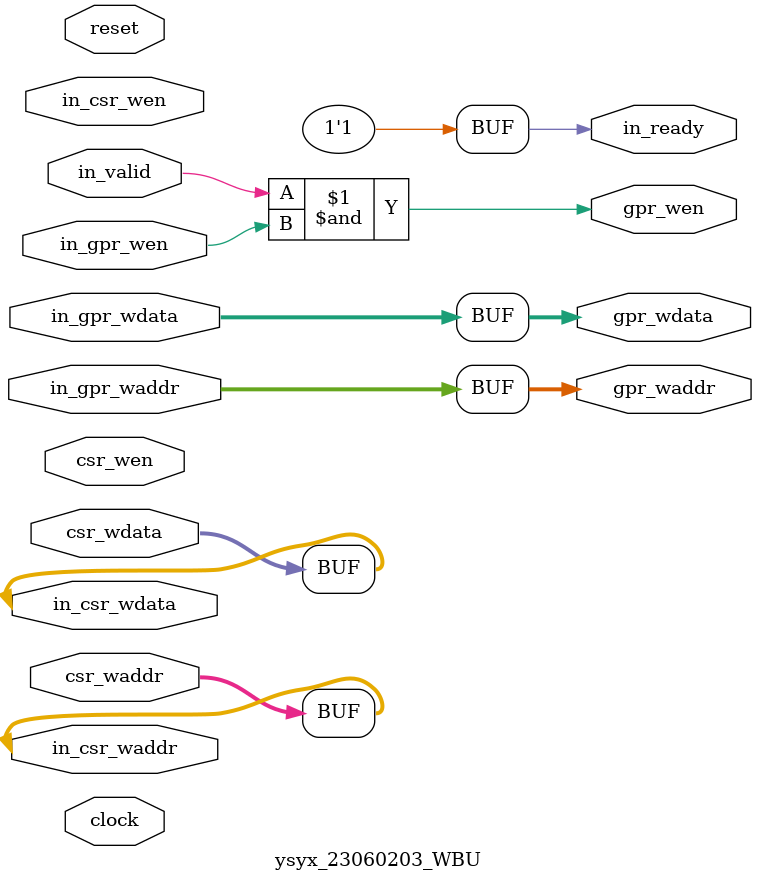
<source format=sv>
module ysyx_23060203_WBU (
  input clock, reset,

  // GPR
  output gpr_wen, // 写入使能
  output [4:0] gpr_waddr, // 写入地址
  output [31:0] gpr_wdata, // 写入数据

  // CSR
  input csr_wen, // 写入使能
  input [11:0] csr_waddr, // 写入地址
  input [31:0] csr_wdata, // 写入数据

  // 上游EXU输入
  output in_ready,
  input in_valid,
  input in_gpr_wen,
  input [4:0] in_gpr_waddr,
  input [31:0] in_gpr_wdata,
  input in_csr_wen,
  input [11:0] in_csr_waddr,
  input [31:0] in_csr_wdata

  `ifndef SYNTHESIS
    ,
    input [31:0] in_pc,
    input [31:0] in_inst
  `endif
);

  assign in_ready = 1;

  assign gpr_wen = in_valid & in_gpr_wen;
  assign gpr_waddr = in_gpr_waddr;
  assign gpr_wdata = in_gpr_wdata;

  assign csr_wen = in_valid & in_csr_wen;
  assign csr_waddr = in_csr_waddr;
  assign csr_wdata = in_csr_wdata;

  `ifndef SYNTHESIS
    reg db_valid;
    reg [31:0] db_pc, dp_inst;
    always @(posedge clock) begin
      if (reset) begin
        db_valid <= 0;
      end else begin
        db_valid <= in_valid;
        db_pc <= in_pc;
        db_inst <= in_inst;
        if (csr_wen & ~(|csr_waddr)) begin // ebreak
          halt();
        end
      end

      if (db_valid) inst_complete(db_pc, db_inst);
    end
  `endif
endmodule

</source>
